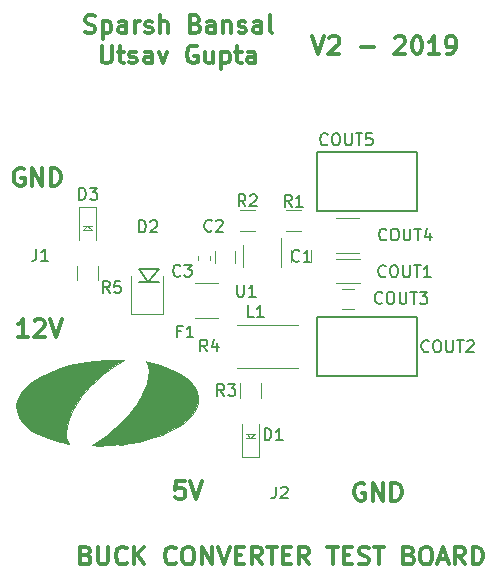
<source format=gbr>
G04 #@! TF.GenerationSoftware,KiCad,Pcbnew,5.0.2-bee76a0~70~ubuntu18.04.1*
G04 #@! TF.CreationDate,2019-02-26T17:57:15-05:00*
G04 #@! TF.ProjectId,New Buck Converter,4e657720-4275-4636-9b20-436f6e766572,rev?*
G04 #@! TF.SameCoordinates,Original*
G04 #@! TF.FileFunction,Legend,Top*
G04 #@! TF.FilePolarity,Positive*
%FSLAX46Y46*%
G04 Gerber Fmt 4.6, Leading zero omitted, Abs format (unit mm)*
G04 Created by KiCad (PCBNEW 5.0.2-bee76a0~70~ubuntu18.04.1) date Tue 26 Feb 2019 05:57:15 PM EST*
%MOMM*%
%LPD*%
G01*
G04 APERTURE LIST*
%ADD10C,0.300000*%
%ADD11C,0.120000*%
%ADD12C,0.150000*%
%ADD13C,0.200000*%
%ADD14C,0.100000*%
%ADD15C,0.010000*%
G04 APERTURE END LIST*
D10*
X111799999Y-127292857D02*
X112014285Y-127364285D01*
X112085714Y-127435714D01*
X112157142Y-127578571D01*
X112157142Y-127792857D01*
X112085714Y-127935714D01*
X112014285Y-128007142D01*
X111871428Y-128078571D01*
X111299999Y-128078571D01*
X111299999Y-126578571D01*
X111799999Y-126578571D01*
X111942857Y-126650000D01*
X112014285Y-126721428D01*
X112085714Y-126864285D01*
X112085714Y-127007142D01*
X112014285Y-127150000D01*
X111942857Y-127221428D01*
X111799999Y-127292857D01*
X111299999Y-127292857D01*
X112799999Y-126578571D02*
X112799999Y-127792857D01*
X112871428Y-127935714D01*
X112942857Y-128007142D01*
X113085714Y-128078571D01*
X113371428Y-128078571D01*
X113514285Y-128007142D01*
X113585714Y-127935714D01*
X113657142Y-127792857D01*
X113657142Y-126578571D01*
X115228571Y-127935714D02*
X115157142Y-128007142D01*
X114942857Y-128078571D01*
X114799999Y-128078571D01*
X114585714Y-128007142D01*
X114442857Y-127864285D01*
X114371428Y-127721428D01*
X114299999Y-127435714D01*
X114299999Y-127221428D01*
X114371428Y-126935714D01*
X114442857Y-126792857D01*
X114585714Y-126650000D01*
X114799999Y-126578571D01*
X114942857Y-126578571D01*
X115157142Y-126650000D01*
X115228571Y-126721428D01*
X115871428Y-128078571D02*
X115871428Y-126578571D01*
X116728571Y-128078571D02*
X116085714Y-127221428D01*
X116728571Y-126578571D02*
X115871428Y-127435714D01*
X119371428Y-127935714D02*
X119299999Y-128007142D01*
X119085714Y-128078571D01*
X118942857Y-128078571D01*
X118728571Y-128007142D01*
X118585714Y-127864285D01*
X118514285Y-127721428D01*
X118442857Y-127435714D01*
X118442857Y-127221428D01*
X118514285Y-126935714D01*
X118585714Y-126792857D01*
X118728571Y-126650000D01*
X118942857Y-126578571D01*
X119085714Y-126578571D01*
X119299999Y-126650000D01*
X119371428Y-126721428D01*
X120299999Y-126578571D02*
X120585714Y-126578571D01*
X120728571Y-126650000D01*
X120871428Y-126792857D01*
X120942857Y-127078571D01*
X120942857Y-127578571D01*
X120871428Y-127864285D01*
X120728571Y-128007142D01*
X120585714Y-128078571D01*
X120299999Y-128078571D01*
X120157142Y-128007142D01*
X120014285Y-127864285D01*
X119942857Y-127578571D01*
X119942857Y-127078571D01*
X120014285Y-126792857D01*
X120157142Y-126650000D01*
X120299999Y-126578571D01*
X121585714Y-128078571D02*
X121585714Y-126578571D01*
X122442857Y-128078571D01*
X122442857Y-126578571D01*
X122942857Y-126578571D02*
X123442857Y-128078571D01*
X123942857Y-126578571D01*
X124442857Y-127292857D02*
X124942857Y-127292857D01*
X125157142Y-128078571D02*
X124442857Y-128078571D01*
X124442857Y-126578571D01*
X125157142Y-126578571D01*
X126657142Y-128078571D02*
X126157142Y-127364285D01*
X125799999Y-128078571D02*
X125799999Y-126578571D01*
X126371428Y-126578571D01*
X126514285Y-126650000D01*
X126585714Y-126721428D01*
X126657142Y-126864285D01*
X126657142Y-127078571D01*
X126585714Y-127221428D01*
X126514285Y-127292857D01*
X126371428Y-127364285D01*
X125799999Y-127364285D01*
X127085714Y-126578571D02*
X127942857Y-126578571D01*
X127514285Y-128078571D02*
X127514285Y-126578571D01*
X128442857Y-127292857D02*
X128942857Y-127292857D01*
X129157142Y-128078571D02*
X128442857Y-128078571D01*
X128442857Y-126578571D01*
X129157142Y-126578571D01*
X130657142Y-128078571D02*
X130157142Y-127364285D01*
X129799999Y-128078571D02*
X129799999Y-126578571D01*
X130371428Y-126578571D01*
X130514285Y-126650000D01*
X130585714Y-126721428D01*
X130657142Y-126864285D01*
X130657142Y-127078571D01*
X130585714Y-127221428D01*
X130514285Y-127292857D01*
X130371428Y-127364285D01*
X129799999Y-127364285D01*
X132228571Y-126578571D02*
X133085714Y-126578571D01*
X132657142Y-128078571D02*
X132657142Y-126578571D01*
X133585714Y-127292857D02*
X134085714Y-127292857D01*
X134300000Y-128078571D02*
X133585714Y-128078571D01*
X133585714Y-126578571D01*
X134300000Y-126578571D01*
X134871428Y-128007142D02*
X135085714Y-128078571D01*
X135442857Y-128078571D01*
X135585714Y-128007142D01*
X135657142Y-127935714D01*
X135728571Y-127792857D01*
X135728571Y-127650000D01*
X135657142Y-127507142D01*
X135585714Y-127435714D01*
X135442857Y-127364285D01*
X135157142Y-127292857D01*
X135014285Y-127221428D01*
X134942857Y-127150000D01*
X134871428Y-127007142D01*
X134871428Y-126864285D01*
X134942857Y-126721428D01*
X135014285Y-126650000D01*
X135157142Y-126578571D01*
X135514285Y-126578571D01*
X135728571Y-126650000D01*
X136157142Y-126578571D02*
X137014285Y-126578571D01*
X136585714Y-128078571D02*
X136585714Y-126578571D01*
X139157142Y-127292857D02*
X139371428Y-127364285D01*
X139442857Y-127435714D01*
X139514285Y-127578571D01*
X139514285Y-127792857D01*
X139442857Y-127935714D01*
X139371428Y-128007142D01*
X139228571Y-128078571D01*
X138657142Y-128078571D01*
X138657142Y-126578571D01*
X139157142Y-126578571D01*
X139300000Y-126650000D01*
X139371428Y-126721428D01*
X139442857Y-126864285D01*
X139442857Y-127007142D01*
X139371428Y-127150000D01*
X139300000Y-127221428D01*
X139157142Y-127292857D01*
X138657142Y-127292857D01*
X140442857Y-126578571D02*
X140728571Y-126578571D01*
X140871428Y-126650000D01*
X141014285Y-126792857D01*
X141085714Y-127078571D01*
X141085714Y-127578571D01*
X141014285Y-127864285D01*
X140871428Y-128007142D01*
X140728571Y-128078571D01*
X140442857Y-128078571D01*
X140300000Y-128007142D01*
X140157142Y-127864285D01*
X140085714Y-127578571D01*
X140085714Y-127078571D01*
X140157142Y-126792857D01*
X140300000Y-126650000D01*
X140442857Y-126578571D01*
X141657142Y-127650000D02*
X142371428Y-127650000D01*
X141514285Y-128078571D02*
X142014285Y-126578571D01*
X142514285Y-128078571D01*
X143871428Y-128078571D02*
X143371428Y-127364285D01*
X143014285Y-128078571D02*
X143014285Y-126578571D01*
X143585714Y-126578571D01*
X143728571Y-126650000D01*
X143800000Y-126721428D01*
X143871428Y-126864285D01*
X143871428Y-127078571D01*
X143800000Y-127221428D01*
X143728571Y-127292857D01*
X143585714Y-127364285D01*
X143014285Y-127364285D01*
X144514285Y-128078571D02*
X144514285Y-126578571D01*
X144871428Y-126578571D01*
X145085714Y-126650000D01*
X145228571Y-126792857D01*
X145300000Y-126935714D01*
X145371428Y-127221428D01*
X145371428Y-127435714D01*
X145300000Y-127721428D01*
X145228571Y-127864285D01*
X145085714Y-128007142D01*
X144871428Y-128078571D01*
X144514285Y-128078571D01*
X130957142Y-83378571D02*
X131457142Y-84878571D01*
X131957142Y-83378571D01*
X132385714Y-83521428D02*
X132457142Y-83450000D01*
X132600000Y-83378571D01*
X132957142Y-83378571D01*
X133100000Y-83450000D01*
X133171428Y-83521428D01*
X133242857Y-83664285D01*
X133242857Y-83807142D01*
X133171428Y-84021428D01*
X132314285Y-84878571D01*
X133242857Y-84878571D01*
X135028571Y-84307142D02*
X136171428Y-84307142D01*
X137957142Y-83521428D02*
X138028571Y-83450000D01*
X138171428Y-83378571D01*
X138528571Y-83378571D01*
X138671428Y-83450000D01*
X138742857Y-83521428D01*
X138814285Y-83664285D01*
X138814285Y-83807142D01*
X138742857Y-84021428D01*
X137885714Y-84878571D01*
X138814285Y-84878571D01*
X139742857Y-83378571D02*
X139885714Y-83378571D01*
X140028571Y-83450000D01*
X140100000Y-83521428D01*
X140171428Y-83664285D01*
X140242857Y-83950000D01*
X140242857Y-84307142D01*
X140171428Y-84592857D01*
X140100000Y-84735714D01*
X140028571Y-84807142D01*
X139885714Y-84878571D01*
X139742857Y-84878571D01*
X139600000Y-84807142D01*
X139528571Y-84735714D01*
X139457142Y-84592857D01*
X139385714Y-84307142D01*
X139385714Y-83950000D01*
X139457142Y-83664285D01*
X139528571Y-83521428D01*
X139600000Y-83450000D01*
X139742857Y-83378571D01*
X141671428Y-84878571D02*
X140814285Y-84878571D01*
X141242857Y-84878571D02*
X141242857Y-83378571D01*
X141100000Y-83592857D01*
X140957142Y-83735714D01*
X140814285Y-83807142D01*
X142385714Y-84878571D02*
X142671428Y-84878571D01*
X142814285Y-84807142D01*
X142885714Y-84735714D01*
X143028571Y-84521428D01*
X143100000Y-84235714D01*
X143100000Y-83664285D01*
X143028571Y-83521428D01*
X142957142Y-83450000D01*
X142814285Y-83378571D01*
X142528571Y-83378571D01*
X142385714Y-83450000D01*
X142314285Y-83521428D01*
X142242857Y-83664285D01*
X142242857Y-84021428D01*
X142314285Y-84164285D01*
X142385714Y-84235714D01*
X142528571Y-84307142D01*
X142814285Y-84307142D01*
X142957142Y-84235714D01*
X143028571Y-84164285D01*
X143100000Y-84021428D01*
X111707142Y-83032142D02*
X111921428Y-83103571D01*
X112278571Y-83103571D01*
X112421428Y-83032142D01*
X112492857Y-82960714D01*
X112564285Y-82817857D01*
X112564285Y-82675000D01*
X112492857Y-82532142D01*
X112421428Y-82460714D01*
X112278571Y-82389285D01*
X111992857Y-82317857D01*
X111850000Y-82246428D01*
X111778571Y-82175000D01*
X111707142Y-82032142D01*
X111707142Y-81889285D01*
X111778571Y-81746428D01*
X111850000Y-81675000D01*
X111992857Y-81603571D01*
X112350000Y-81603571D01*
X112564285Y-81675000D01*
X113207142Y-82103571D02*
X113207142Y-83603571D01*
X113207142Y-82175000D02*
X113350000Y-82103571D01*
X113635714Y-82103571D01*
X113778571Y-82175000D01*
X113850000Y-82246428D01*
X113921428Y-82389285D01*
X113921428Y-82817857D01*
X113850000Y-82960714D01*
X113778571Y-83032142D01*
X113635714Y-83103571D01*
X113350000Y-83103571D01*
X113207142Y-83032142D01*
X115207142Y-83103571D02*
X115207142Y-82317857D01*
X115135714Y-82175000D01*
X114992857Y-82103571D01*
X114707142Y-82103571D01*
X114564285Y-82175000D01*
X115207142Y-83032142D02*
X115064285Y-83103571D01*
X114707142Y-83103571D01*
X114564285Y-83032142D01*
X114492857Y-82889285D01*
X114492857Y-82746428D01*
X114564285Y-82603571D01*
X114707142Y-82532142D01*
X115064285Y-82532142D01*
X115207142Y-82460714D01*
X115921428Y-83103571D02*
X115921428Y-82103571D01*
X115921428Y-82389285D02*
X115992857Y-82246428D01*
X116064285Y-82175000D01*
X116207142Y-82103571D01*
X116350000Y-82103571D01*
X116778571Y-83032142D02*
X116921428Y-83103571D01*
X117207142Y-83103571D01*
X117350000Y-83032142D01*
X117421428Y-82889285D01*
X117421428Y-82817857D01*
X117350000Y-82675000D01*
X117207142Y-82603571D01*
X116992857Y-82603571D01*
X116850000Y-82532142D01*
X116778571Y-82389285D01*
X116778571Y-82317857D01*
X116850000Y-82175000D01*
X116992857Y-82103571D01*
X117207142Y-82103571D01*
X117350000Y-82175000D01*
X118064285Y-83103571D02*
X118064285Y-81603571D01*
X118707142Y-83103571D02*
X118707142Y-82317857D01*
X118635714Y-82175000D01*
X118492857Y-82103571D01*
X118278571Y-82103571D01*
X118135714Y-82175000D01*
X118064285Y-82246428D01*
X121064285Y-82317857D02*
X121278571Y-82389285D01*
X121350000Y-82460714D01*
X121421428Y-82603571D01*
X121421428Y-82817857D01*
X121350000Y-82960714D01*
X121278571Y-83032142D01*
X121135714Y-83103571D01*
X120564285Y-83103571D01*
X120564285Y-81603571D01*
X121064285Y-81603571D01*
X121207142Y-81675000D01*
X121278571Y-81746428D01*
X121350000Y-81889285D01*
X121350000Y-82032142D01*
X121278571Y-82175000D01*
X121207142Y-82246428D01*
X121064285Y-82317857D01*
X120564285Y-82317857D01*
X122707142Y-83103571D02*
X122707142Y-82317857D01*
X122635714Y-82175000D01*
X122492857Y-82103571D01*
X122207142Y-82103571D01*
X122064285Y-82175000D01*
X122707142Y-83032142D02*
X122564285Y-83103571D01*
X122207142Y-83103571D01*
X122064285Y-83032142D01*
X121992857Y-82889285D01*
X121992857Y-82746428D01*
X122064285Y-82603571D01*
X122207142Y-82532142D01*
X122564285Y-82532142D01*
X122707142Y-82460714D01*
X123421428Y-82103571D02*
X123421428Y-83103571D01*
X123421428Y-82246428D02*
X123492857Y-82175000D01*
X123635714Y-82103571D01*
X123850000Y-82103571D01*
X123992857Y-82175000D01*
X124064285Y-82317857D01*
X124064285Y-83103571D01*
X124707142Y-83032142D02*
X124850000Y-83103571D01*
X125135714Y-83103571D01*
X125278571Y-83032142D01*
X125350000Y-82889285D01*
X125350000Y-82817857D01*
X125278571Y-82675000D01*
X125135714Y-82603571D01*
X124921428Y-82603571D01*
X124778571Y-82532142D01*
X124707142Y-82389285D01*
X124707142Y-82317857D01*
X124778571Y-82175000D01*
X124921428Y-82103571D01*
X125135714Y-82103571D01*
X125278571Y-82175000D01*
X126635714Y-83103571D02*
X126635714Y-82317857D01*
X126564285Y-82175000D01*
X126421428Y-82103571D01*
X126135714Y-82103571D01*
X125992857Y-82175000D01*
X126635714Y-83032142D02*
X126492857Y-83103571D01*
X126135714Y-83103571D01*
X125992857Y-83032142D01*
X125921428Y-82889285D01*
X125921428Y-82746428D01*
X125992857Y-82603571D01*
X126135714Y-82532142D01*
X126492857Y-82532142D01*
X126635714Y-82460714D01*
X127564285Y-83103571D02*
X127421428Y-83032142D01*
X127350000Y-82889285D01*
X127350000Y-81603571D01*
X113100000Y-84153571D02*
X113100000Y-85367857D01*
X113171428Y-85510714D01*
X113242857Y-85582142D01*
X113385714Y-85653571D01*
X113671428Y-85653571D01*
X113814285Y-85582142D01*
X113885714Y-85510714D01*
X113957142Y-85367857D01*
X113957142Y-84153571D01*
X114457142Y-84653571D02*
X115028571Y-84653571D01*
X114671428Y-84153571D02*
X114671428Y-85439285D01*
X114742857Y-85582142D01*
X114885714Y-85653571D01*
X115028571Y-85653571D01*
X115457142Y-85582142D02*
X115600000Y-85653571D01*
X115885714Y-85653571D01*
X116028571Y-85582142D01*
X116100000Y-85439285D01*
X116100000Y-85367857D01*
X116028571Y-85225000D01*
X115885714Y-85153571D01*
X115671428Y-85153571D01*
X115528571Y-85082142D01*
X115457142Y-84939285D01*
X115457142Y-84867857D01*
X115528571Y-84725000D01*
X115671428Y-84653571D01*
X115885714Y-84653571D01*
X116028571Y-84725000D01*
X117385714Y-85653571D02*
X117385714Y-84867857D01*
X117314285Y-84725000D01*
X117171428Y-84653571D01*
X116885714Y-84653571D01*
X116742857Y-84725000D01*
X117385714Y-85582142D02*
X117242857Y-85653571D01*
X116885714Y-85653571D01*
X116742857Y-85582142D01*
X116671428Y-85439285D01*
X116671428Y-85296428D01*
X116742857Y-85153571D01*
X116885714Y-85082142D01*
X117242857Y-85082142D01*
X117385714Y-85010714D01*
X117957142Y-84653571D02*
X118314285Y-85653571D01*
X118671428Y-84653571D01*
X121171428Y-84225000D02*
X121028571Y-84153571D01*
X120814285Y-84153571D01*
X120600000Y-84225000D01*
X120457142Y-84367857D01*
X120385714Y-84510714D01*
X120314285Y-84796428D01*
X120314285Y-85010714D01*
X120385714Y-85296428D01*
X120457142Y-85439285D01*
X120600000Y-85582142D01*
X120814285Y-85653571D01*
X120957142Y-85653571D01*
X121171428Y-85582142D01*
X121242857Y-85510714D01*
X121242857Y-85010714D01*
X120957142Y-85010714D01*
X122528571Y-84653571D02*
X122528571Y-85653571D01*
X121885714Y-84653571D02*
X121885714Y-85439285D01*
X121957142Y-85582142D01*
X122100000Y-85653571D01*
X122314285Y-85653571D01*
X122457142Y-85582142D01*
X122528571Y-85510714D01*
X123242857Y-84653571D02*
X123242857Y-86153571D01*
X123242857Y-84725000D02*
X123385714Y-84653571D01*
X123671428Y-84653571D01*
X123814285Y-84725000D01*
X123885714Y-84796428D01*
X123957142Y-84939285D01*
X123957142Y-85367857D01*
X123885714Y-85510714D01*
X123814285Y-85582142D01*
X123671428Y-85653571D01*
X123385714Y-85653571D01*
X123242857Y-85582142D01*
X124385714Y-84653571D02*
X124957142Y-84653571D01*
X124600000Y-84153571D02*
X124600000Y-85439285D01*
X124671428Y-85582142D01*
X124814285Y-85653571D01*
X124957142Y-85653571D01*
X126100000Y-85653571D02*
X126100000Y-84867857D01*
X126028571Y-84725000D01*
X125885714Y-84653571D01*
X125600000Y-84653571D01*
X125457142Y-84725000D01*
X126100000Y-85582142D02*
X125957142Y-85653571D01*
X125600000Y-85653571D01*
X125457142Y-85582142D01*
X125385714Y-85439285D01*
X125385714Y-85296428D01*
X125457142Y-85153571D01*
X125600000Y-85082142D01*
X125957142Y-85082142D01*
X126100000Y-85010714D01*
X120128065Y-121042691D02*
X119413780Y-121042691D01*
X119342351Y-121756977D01*
X119413780Y-121685548D01*
X119556637Y-121614120D01*
X119913780Y-121614120D01*
X120056637Y-121685548D01*
X120128065Y-121756977D01*
X120199494Y-121899834D01*
X120199494Y-122256977D01*
X120128065Y-122399834D01*
X120056637Y-122471262D01*
X119913780Y-122542691D01*
X119556637Y-122542691D01*
X119413780Y-122471262D01*
X119342351Y-122399834D01*
X120628065Y-121042691D02*
X121128065Y-122542691D01*
X121628065Y-121042691D01*
X135357142Y-121250000D02*
X135214285Y-121178571D01*
X135000000Y-121178571D01*
X134785714Y-121250000D01*
X134642857Y-121392857D01*
X134571428Y-121535714D01*
X134500000Y-121821428D01*
X134500000Y-122035714D01*
X134571428Y-122321428D01*
X134642857Y-122464285D01*
X134785714Y-122607142D01*
X135000000Y-122678571D01*
X135142857Y-122678571D01*
X135357142Y-122607142D01*
X135428571Y-122535714D01*
X135428571Y-122035714D01*
X135142857Y-122035714D01*
X136071428Y-122678571D02*
X136071428Y-121178571D01*
X136928571Y-122678571D01*
X136928571Y-121178571D01*
X137642857Y-122678571D02*
X137642857Y-121178571D01*
X138000000Y-121178571D01*
X138214285Y-121250000D01*
X138357142Y-121392857D01*
X138428571Y-121535714D01*
X138500000Y-121821428D01*
X138500000Y-122035714D01*
X138428571Y-122321428D01*
X138357142Y-122464285D01*
X138214285Y-122607142D01*
X138000000Y-122678571D01*
X137642857Y-122678571D01*
X106509962Y-94588900D02*
X106367105Y-94517471D01*
X106152820Y-94517471D01*
X105938534Y-94588900D01*
X105795677Y-94731757D01*
X105724248Y-94874614D01*
X105652820Y-95160328D01*
X105652820Y-95374614D01*
X105724248Y-95660328D01*
X105795677Y-95803185D01*
X105938534Y-95946042D01*
X106152820Y-96017471D01*
X106295677Y-96017471D01*
X106509962Y-95946042D01*
X106581391Y-95874614D01*
X106581391Y-95374614D01*
X106295677Y-95374614D01*
X107224248Y-96017471D02*
X107224248Y-94517471D01*
X108081391Y-96017471D01*
X108081391Y-94517471D01*
X108795677Y-96017471D02*
X108795677Y-94517471D01*
X109152820Y-94517471D01*
X109367105Y-94588900D01*
X109509962Y-94731757D01*
X109581391Y-94874614D01*
X109652820Y-95160328D01*
X109652820Y-95374614D01*
X109581391Y-95660328D01*
X109509962Y-95803185D01*
X109367105Y-95946042D01*
X109152820Y-96017471D01*
X108795677Y-96017471D01*
X106861408Y-108826691D02*
X106004265Y-108826691D01*
X106432837Y-108826691D02*
X106432837Y-107326691D01*
X106289980Y-107540977D01*
X106147122Y-107683834D01*
X106004265Y-107755262D01*
X107432837Y-107469548D02*
X107504265Y-107398120D01*
X107647122Y-107326691D01*
X108004265Y-107326691D01*
X108147122Y-107398120D01*
X108218551Y-107469548D01*
X108289980Y-107612405D01*
X108289980Y-107755262D01*
X108218551Y-107969548D01*
X107361408Y-108826691D01*
X108289980Y-108826691D01*
X108718551Y-107326691D02*
X109218551Y-108826691D01*
X109718551Y-107326691D01*
D11*
G04 #@! TO.C,COUT4*
X134908800Y-101683000D02*
X132908800Y-101683000D01*
X132908800Y-98723000D02*
X134908800Y-98723000D01*
G04 #@! TO.C,C1*
X130821800Y-102481000D02*
X130821800Y-101481000D01*
X129121800Y-101481000D02*
X129121800Y-102481000D01*
G04 #@! TO.C,C2*
X122708300Y-101560500D02*
X122708300Y-102560500D01*
X124408300Y-102560500D02*
X124408300Y-101560500D01*
G04 #@! TO.C,C3*
X121242360Y-102313959D02*
X121242360Y-101988401D01*
X122262360Y-102313959D02*
X122262360Y-101988401D01*
G04 #@! TO.C,F1*
X122970800Y-107207500D02*
X120970800Y-107207500D01*
X120970800Y-104247500D02*
X122970800Y-104247500D01*
G04 #@! TO.C,R1*
X128744420Y-98098720D02*
X129944420Y-98098720D01*
X129944420Y-99858720D02*
X128744420Y-99858720D01*
G04 #@! TO.C,R2*
X126058220Y-99843480D02*
X124858220Y-99843480D01*
X124858220Y-98083480D02*
X126058220Y-98083480D01*
G04 #@! TO.C,R3*
X124820000Y-113950000D02*
X124820000Y-112750000D01*
X126580000Y-112750000D02*
X126580000Y-113950000D01*
G04 #@! TO.C,R4*
X124528200Y-107786080D02*
X129728200Y-107786080D01*
X129728200Y-111426080D02*
X124528200Y-111426080D01*
G04 #@! TO.C,U1*
X125067600Y-101065800D02*
X125067600Y-102865800D01*
X128287600Y-102865800D02*
X128287600Y-100415800D01*
G04 #@! TO.C,COUT1*
X134948300Y-102231000D02*
X132948300Y-102231000D01*
X132948300Y-104271000D02*
X134948300Y-104271000D01*
D12*
G04 #@! TO.C,COUT2*
X131329300Y-112101000D02*
X131329300Y-107101000D01*
X139829300Y-112101000D02*
X131329300Y-112101000D01*
X139829300Y-107101000D02*
X139829300Y-112101000D01*
X131329300Y-107101000D02*
X139829300Y-107101000D01*
D11*
G04 #@! TO.C,COUT3*
X134472300Y-104750500D02*
X133472300Y-104750500D01*
X133472300Y-106450500D02*
X134472300Y-106450500D01*
D12*
G04 #@! TO.C,COUT5*
X131329300Y-93194500D02*
X139829300Y-93194500D01*
X139829300Y-93194500D02*
X139829300Y-98194500D01*
X139829300Y-98194500D02*
X131329300Y-98194500D01*
X131329300Y-98194500D02*
X131329300Y-93194500D01*
D13*
G04 #@! TO.C,D2*
X117954300Y-103095500D02*
X117054300Y-104195500D01*
X116254300Y-103095500D02*
X117954300Y-103095500D01*
X117054300Y-104195500D02*
X116254300Y-103095500D01*
X116254300Y-104195500D02*
X117954300Y-104195500D01*
D11*
X115620800Y-106870500D02*
X118287800Y-106870500D01*
X118287800Y-106870500D02*
X118287800Y-103695500D01*
X115620800Y-106870500D02*
X115620800Y-103695500D01*
D14*
G04 #@! TO.C,D1*
X126050000Y-117350000D02*
X125700000Y-117350000D01*
X125700000Y-117350000D02*
X125350000Y-117350000D01*
X126050000Y-117000000D02*
X125700000Y-117350000D01*
X126000000Y-117000000D02*
X126050000Y-117000000D01*
X126050000Y-117000000D02*
X126000000Y-117000000D01*
X125350000Y-117000000D02*
X126000000Y-117000000D01*
X125400000Y-117050000D02*
X125350000Y-117000000D01*
X125700000Y-117350000D02*
X125400000Y-117050000D01*
D11*
X125000000Y-118950000D02*
X126400000Y-118950000D01*
X126400000Y-118950000D02*
X126400000Y-116150000D01*
X125000000Y-118950000D02*
X125000000Y-116150000D01*
D15*
G04 #@! TO.C,G\002A\002A\002A*
G36*
X114289070Y-111166274D02*
X113797169Y-111496709D01*
X113250346Y-111930095D01*
X112689000Y-112429427D01*
X112153529Y-112957700D01*
X111684333Y-113477909D01*
X111463963Y-113754069D01*
X111006696Y-114420664D01*
X110633857Y-115086545D01*
X110351473Y-115732052D01*
X110165570Y-116337523D01*
X110082175Y-116883297D01*
X110107313Y-117349711D01*
X110247011Y-117717104D01*
X110248549Y-117719500D01*
X110330728Y-117857194D01*
X110348119Y-117905837D01*
X110261643Y-117884085D01*
X110048768Y-117829169D01*
X109746916Y-117750766D01*
X109563000Y-117702827D01*
X108570197Y-117401284D01*
X107737883Y-117055854D01*
X107062425Y-116664339D01*
X106540192Y-116224543D01*
X106167551Y-115734266D01*
X106099140Y-115607176D01*
X105917408Y-115076433D01*
X105895747Y-114551032D01*
X106024897Y-114036726D01*
X106295597Y-113539269D01*
X106698584Y-113064415D01*
X107224599Y-112617918D01*
X107864380Y-112205531D01*
X108608666Y-111833009D01*
X109448195Y-111506106D01*
X110373707Y-111230574D01*
X111375940Y-111012169D01*
X112445633Y-110856645D01*
X113573526Y-110769754D01*
X113903482Y-110758382D01*
X115026631Y-110730215D01*
X114289070Y-111166274D01*
X114289070Y-111166274D01*
G37*
X114289070Y-111166274D02*
X113797169Y-111496709D01*
X113250346Y-111930095D01*
X112689000Y-112429427D01*
X112153529Y-112957700D01*
X111684333Y-113477909D01*
X111463963Y-113754069D01*
X111006696Y-114420664D01*
X110633857Y-115086545D01*
X110351473Y-115732052D01*
X110165570Y-116337523D01*
X110082175Y-116883297D01*
X110107313Y-117349711D01*
X110247011Y-117717104D01*
X110248549Y-117719500D01*
X110330728Y-117857194D01*
X110348119Y-117905837D01*
X110261643Y-117884085D01*
X110048768Y-117829169D01*
X109746916Y-117750766D01*
X109563000Y-117702827D01*
X108570197Y-117401284D01*
X107737883Y-117055854D01*
X107062425Y-116664339D01*
X106540192Y-116224543D01*
X106167551Y-115734266D01*
X106099140Y-115607176D01*
X105917408Y-115076433D01*
X105895747Y-114551032D01*
X106024897Y-114036726D01*
X106295597Y-113539269D01*
X106698584Y-113064415D01*
X107224599Y-112617918D01*
X107864380Y-112205531D01*
X108608666Y-111833009D01*
X109448195Y-111506106D01*
X110373707Y-111230574D01*
X111375940Y-111012169D01*
X112445633Y-110856645D01*
X113573526Y-110769754D01*
X113903482Y-110758382D01*
X115026631Y-110730215D01*
X114289070Y-111166274D01*
G36*
X116942983Y-110910857D02*
X117093457Y-110950871D01*
X117359628Y-111019176D01*
X117692829Y-111103325D01*
X117818000Y-111134647D01*
X118450523Y-111328588D01*
X119089166Y-111588634D01*
X119687709Y-111891926D01*
X120199928Y-112215601D01*
X120506464Y-112464369D01*
X120927728Y-112947450D01*
X121187210Y-113444295D01*
X121291208Y-113948117D01*
X121246021Y-114452128D01*
X121057949Y-114949541D01*
X120733290Y-115433569D01*
X120278343Y-115897426D01*
X119699408Y-116334324D01*
X119002783Y-116737476D01*
X118194767Y-117100096D01*
X117281660Y-117415395D01*
X116269759Y-117676588D01*
X115537525Y-117818298D01*
X115079989Y-117891873D01*
X114763227Y-117932252D01*
X114562288Y-117941026D01*
X114452225Y-117919783D01*
X114416988Y-117889688D01*
X114358074Y-117835928D01*
X114347963Y-117879733D01*
X114266319Y-117939404D01*
X114037525Y-117978973D01*
X113817500Y-117991838D01*
X113450619Y-118003054D01*
X113079467Y-118015266D01*
X112886142Y-118022106D01*
X112651824Y-118019314D01*
X112506863Y-117995498D01*
X112483975Y-117976157D01*
X112418294Y-117946379D01*
X112335834Y-117961997D01*
X112328337Y-117948862D01*
X112445123Y-117871153D01*
X112661598Y-117744985D01*
X112698718Y-117724227D01*
X113491052Y-117214140D01*
X114273964Y-116567576D01*
X114856472Y-115994766D01*
X115533545Y-115229263D01*
X116078075Y-114483663D01*
X116516751Y-113720256D01*
X116626149Y-113494085D01*
X116914204Y-112788034D01*
X117072957Y-112182650D01*
X117103305Y-111670335D01*
X117006150Y-111243492D01*
X116913505Y-111065181D01*
X116834494Y-110926595D01*
X116858577Y-110891775D01*
X116942983Y-110910857D01*
X116942983Y-110910857D01*
G37*
X116942983Y-110910857D02*
X117093457Y-110950871D01*
X117359628Y-111019176D01*
X117692829Y-111103325D01*
X117818000Y-111134647D01*
X118450523Y-111328588D01*
X119089166Y-111588634D01*
X119687709Y-111891926D01*
X120199928Y-112215601D01*
X120506464Y-112464369D01*
X120927728Y-112947450D01*
X121187210Y-113444295D01*
X121291208Y-113948117D01*
X121246021Y-114452128D01*
X121057949Y-114949541D01*
X120733290Y-115433569D01*
X120278343Y-115897426D01*
X119699408Y-116334324D01*
X119002783Y-116737476D01*
X118194767Y-117100096D01*
X117281660Y-117415395D01*
X116269759Y-117676588D01*
X115537525Y-117818298D01*
X115079989Y-117891873D01*
X114763227Y-117932252D01*
X114562288Y-117941026D01*
X114452225Y-117919783D01*
X114416988Y-117889688D01*
X114358074Y-117835928D01*
X114347963Y-117879733D01*
X114266319Y-117939404D01*
X114037525Y-117978973D01*
X113817500Y-117991838D01*
X113450619Y-118003054D01*
X113079467Y-118015266D01*
X112886142Y-118022106D01*
X112651824Y-118019314D01*
X112506863Y-117995498D01*
X112483975Y-117976157D01*
X112418294Y-117946379D01*
X112335834Y-117961997D01*
X112328337Y-117948862D01*
X112445123Y-117871153D01*
X112661598Y-117744985D01*
X112698718Y-117724227D01*
X113491052Y-117214140D01*
X114273964Y-116567576D01*
X114856472Y-115994766D01*
X115533545Y-115229263D01*
X116078075Y-114483663D01*
X116516751Y-113720256D01*
X116626149Y-113494085D01*
X116914204Y-112788034D01*
X117072957Y-112182650D01*
X117103305Y-111670335D01*
X117006150Y-111243492D01*
X116913505Y-111065181D01*
X116834494Y-110926595D01*
X116858577Y-110891775D01*
X116942983Y-110910857D01*
D14*
G04 #@! TO.C,D3*
X111550000Y-99400000D02*
X111900000Y-99400000D01*
X111900000Y-99400000D02*
X112250000Y-99400000D01*
X111550000Y-99750000D02*
X111900000Y-99400000D01*
X111600000Y-99750000D02*
X111550000Y-99750000D01*
X111550000Y-99750000D02*
X111600000Y-99750000D01*
X112250000Y-99750000D02*
X111600000Y-99750000D01*
X112200000Y-99700000D02*
X112250000Y-99750000D01*
X111900000Y-99400000D02*
X112200000Y-99700000D01*
D11*
X112600000Y-97800000D02*
X111200000Y-97800000D01*
X111200000Y-97800000D02*
X111200000Y-100600000D01*
X112600000Y-97800000D02*
X112600000Y-100600000D01*
G04 #@! TO.C,R5*
X112780000Y-102800000D02*
X112780000Y-104000000D01*
X111020000Y-104000000D02*
X111020000Y-102800000D01*
G04 #@! TO.C,J1*
D12*
X107566666Y-101352380D02*
X107566666Y-102066666D01*
X107519047Y-102209523D01*
X107423809Y-102304761D01*
X107280952Y-102352380D01*
X107185714Y-102352380D01*
X108566666Y-102352380D02*
X107995238Y-102352380D01*
X108280952Y-102352380D02*
X108280952Y-101352380D01*
X108185714Y-101495238D01*
X108090476Y-101590476D01*
X107995238Y-101638095D01*
G04 #@! TO.C,J2*
X127865866Y-121492220D02*
X127865866Y-122206506D01*
X127818247Y-122349363D01*
X127723009Y-122444601D01*
X127580152Y-122492220D01*
X127484914Y-122492220D01*
X128294438Y-121587459D02*
X128342057Y-121539840D01*
X128437295Y-121492220D01*
X128675390Y-121492220D01*
X128770628Y-121539840D01*
X128818247Y-121587459D01*
X128865866Y-121682697D01*
X128865866Y-121777935D01*
X128818247Y-121920792D01*
X128246819Y-122492220D01*
X128865866Y-122492220D01*
G04 #@! TO.C,COUT4*
X137204761Y-100557142D02*
X137157142Y-100604761D01*
X137014285Y-100652380D01*
X136919047Y-100652380D01*
X136776190Y-100604761D01*
X136680952Y-100509523D01*
X136633333Y-100414285D01*
X136585714Y-100223809D01*
X136585714Y-100080952D01*
X136633333Y-99890476D01*
X136680952Y-99795238D01*
X136776190Y-99700000D01*
X136919047Y-99652380D01*
X137014285Y-99652380D01*
X137157142Y-99700000D01*
X137204761Y-99747619D01*
X137823809Y-99652380D02*
X138014285Y-99652380D01*
X138109523Y-99700000D01*
X138204761Y-99795238D01*
X138252380Y-99985714D01*
X138252380Y-100319047D01*
X138204761Y-100509523D01*
X138109523Y-100604761D01*
X138014285Y-100652380D01*
X137823809Y-100652380D01*
X137728571Y-100604761D01*
X137633333Y-100509523D01*
X137585714Y-100319047D01*
X137585714Y-99985714D01*
X137633333Y-99795238D01*
X137728571Y-99700000D01*
X137823809Y-99652380D01*
X138680952Y-99652380D02*
X138680952Y-100461904D01*
X138728571Y-100557142D01*
X138776190Y-100604761D01*
X138871428Y-100652380D01*
X139061904Y-100652380D01*
X139157142Y-100604761D01*
X139204761Y-100557142D01*
X139252380Y-100461904D01*
X139252380Y-99652380D01*
X139585714Y-99652380D02*
X140157142Y-99652380D01*
X139871428Y-100652380D02*
X139871428Y-99652380D01*
X140919047Y-99985714D02*
X140919047Y-100652380D01*
X140680952Y-99604761D02*
X140442857Y-100319047D01*
X141061904Y-100319047D01*
G04 #@! TO.C,C1*
X129833333Y-102357142D02*
X129785714Y-102404761D01*
X129642857Y-102452380D01*
X129547619Y-102452380D01*
X129404761Y-102404761D01*
X129309523Y-102309523D01*
X129261904Y-102214285D01*
X129214285Y-102023809D01*
X129214285Y-101880952D01*
X129261904Y-101690476D01*
X129309523Y-101595238D01*
X129404761Y-101500000D01*
X129547619Y-101452380D01*
X129642857Y-101452380D01*
X129785714Y-101500000D01*
X129833333Y-101547619D01*
X130785714Y-102452380D02*
X130214285Y-102452380D01*
X130500000Y-102452380D02*
X130500000Y-101452380D01*
X130404761Y-101595238D01*
X130309523Y-101690476D01*
X130214285Y-101738095D01*
G04 #@! TO.C,C2*
X122433333Y-99807142D02*
X122385714Y-99854761D01*
X122242857Y-99902380D01*
X122147619Y-99902380D01*
X122004761Y-99854761D01*
X121909523Y-99759523D01*
X121861904Y-99664285D01*
X121814285Y-99473809D01*
X121814285Y-99330952D01*
X121861904Y-99140476D01*
X121909523Y-99045238D01*
X122004761Y-98950000D01*
X122147619Y-98902380D01*
X122242857Y-98902380D01*
X122385714Y-98950000D01*
X122433333Y-98997619D01*
X122814285Y-98997619D02*
X122861904Y-98950000D01*
X122957142Y-98902380D01*
X123195238Y-98902380D01*
X123290476Y-98950000D01*
X123338095Y-98997619D01*
X123385714Y-99092857D01*
X123385714Y-99188095D01*
X123338095Y-99330952D01*
X122766666Y-99902380D01*
X123385714Y-99902380D01*
G04 #@! TO.C,C3*
X119772133Y-103608142D02*
X119724514Y-103655761D01*
X119581657Y-103703380D01*
X119486419Y-103703380D01*
X119343561Y-103655761D01*
X119248323Y-103560523D01*
X119200704Y-103465285D01*
X119153085Y-103274809D01*
X119153085Y-103131952D01*
X119200704Y-102941476D01*
X119248323Y-102846238D01*
X119343561Y-102751000D01*
X119486419Y-102703380D01*
X119581657Y-102703380D01*
X119724514Y-102751000D01*
X119772133Y-102798619D01*
X120105466Y-102703380D02*
X120724514Y-102703380D01*
X120391180Y-103084333D01*
X120534038Y-103084333D01*
X120629276Y-103131952D01*
X120676895Y-103179571D01*
X120724514Y-103274809D01*
X120724514Y-103512904D01*
X120676895Y-103608142D01*
X120629276Y-103655761D01*
X120534038Y-103703380D01*
X120248323Y-103703380D01*
X120153085Y-103655761D01*
X120105466Y-103608142D01*
G04 #@! TO.C,F1*
X119816666Y-108328571D02*
X119483333Y-108328571D01*
X119483333Y-108852380D02*
X119483333Y-107852380D01*
X119959523Y-107852380D01*
X120864285Y-108852380D02*
X120292857Y-108852380D01*
X120578571Y-108852380D02*
X120578571Y-107852380D01*
X120483333Y-107995238D01*
X120388095Y-108090476D01*
X120292857Y-108138095D01*
G04 #@! TO.C,L1*
X125983333Y-107152380D02*
X125507142Y-107152380D01*
X125507142Y-106152380D01*
X126840476Y-107152380D02*
X126269047Y-107152380D01*
X126554761Y-107152380D02*
X126554761Y-106152380D01*
X126459523Y-106295238D01*
X126364285Y-106390476D01*
X126269047Y-106438095D01*
G04 #@! TO.C,R1*
X129187913Y-97787720D02*
X128854580Y-97311530D01*
X128616484Y-97787720D02*
X128616484Y-96787720D01*
X128997437Y-96787720D01*
X129092675Y-96835340D01*
X129140294Y-96882959D01*
X129187913Y-96978197D01*
X129187913Y-97121054D01*
X129140294Y-97216292D01*
X129092675Y-97263911D01*
X128997437Y-97311530D01*
X128616484Y-97311530D01*
X130140294Y-97787720D02*
X129568865Y-97787720D01*
X129854580Y-97787720D02*
X129854580Y-96787720D01*
X129759341Y-96930578D01*
X129664103Y-97025816D01*
X129568865Y-97073435D01*
G04 #@! TO.C,R2*
X125286473Y-97757240D02*
X124953140Y-97281050D01*
X124715044Y-97757240D02*
X124715044Y-96757240D01*
X125095997Y-96757240D01*
X125191235Y-96804860D01*
X125238854Y-96852479D01*
X125286473Y-96947717D01*
X125286473Y-97090574D01*
X125238854Y-97185812D01*
X125191235Y-97233431D01*
X125095997Y-97281050D01*
X124715044Y-97281050D01*
X125667425Y-96852479D02*
X125715044Y-96804860D01*
X125810282Y-96757240D01*
X126048378Y-96757240D01*
X126143616Y-96804860D01*
X126191235Y-96852479D01*
X126238854Y-96947717D01*
X126238854Y-97042955D01*
X126191235Y-97185812D01*
X125619806Y-97757240D01*
X126238854Y-97757240D01*
G04 #@! TO.C,R3*
X123483333Y-113802380D02*
X123150000Y-113326190D01*
X122911904Y-113802380D02*
X122911904Y-112802380D01*
X123292857Y-112802380D01*
X123388095Y-112850000D01*
X123435714Y-112897619D01*
X123483333Y-112992857D01*
X123483333Y-113135714D01*
X123435714Y-113230952D01*
X123388095Y-113278571D01*
X123292857Y-113326190D01*
X122911904Y-113326190D01*
X123816666Y-112802380D02*
X124435714Y-112802380D01*
X124102380Y-113183333D01*
X124245238Y-113183333D01*
X124340476Y-113230952D01*
X124388095Y-113278571D01*
X124435714Y-113373809D01*
X124435714Y-113611904D01*
X124388095Y-113707142D01*
X124340476Y-113754761D01*
X124245238Y-113802380D01*
X123959523Y-113802380D01*
X123864285Y-113754761D01*
X123816666Y-113707142D01*
G04 #@! TO.C,R4*
X122033333Y-110040680D02*
X121700000Y-109564490D01*
X121461904Y-110040680D02*
X121461904Y-109040680D01*
X121842857Y-109040680D01*
X121938095Y-109088300D01*
X121985714Y-109135919D01*
X122033333Y-109231157D01*
X122033333Y-109374014D01*
X121985714Y-109469252D01*
X121938095Y-109516871D01*
X121842857Y-109564490D01*
X121461904Y-109564490D01*
X122890476Y-109374014D02*
X122890476Y-110040680D01*
X122652380Y-108993061D02*
X122414285Y-109707347D01*
X123033333Y-109707347D01*
G04 #@! TO.C,U1*
X124588095Y-104402380D02*
X124588095Y-105211904D01*
X124635714Y-105307142D01*
X124683333Y-105354761D01*
X124778571Y-105402380D01*
X124969047Y-105402380D01*
X125064285Y-105354761D01*
X125111904Y-105307142D01*
X125159523Y-105211904D01*
X125159523Y-104402380D01*
X126159523Y-105402380D02*
X125588095Y-105402380D01*
X125873809Y-105402380D02*
X125873809Y-104402380D01*
X125778571Y-104545238D01*
X125683333Y-104640476D01*
X125588095Y-104688095D01*
G04 #@! TO.C,COUT1*
X137154761Y-103657142D02*
X137107142Y-103704761D01*
X136964285Y-103752380D01*
X136869047Y-103752380D01*
X136726190Y-103704761D01*
X136630952Y-103609523D01*
X136583333Y-103514285D01*
X136535714Y-103323809D01*
X136535714Y-103180952D01*
X136583333Y-102990476D01*
X136630952Y-102895238D01*
X136726190Y-102800000D01*
X136869047Y-102752380D01*
X136964285Y-102752380D01*
X137107142Y-102800000D01*
X137154761Y-102847619D01*
X137773809Y-102752380D02*
X137964285Y-102752380D01*
X138059523Y-102800000D01*
X138154761Y-102895238D01*
X138202380Y-103085714D01*
X138202380Y-103419047D01*
X138154761Y-103609523D01*
X138059523Y-103704761D01*
X137964285Y-103752380D01*
X137773809Y-103752380D01*
X137678571Y-103704761D01*
X137583333Y-103609523D01*
X137535714Y-103419047D01*
X137535714Y-103085714D01*
X137583333Y-102895238D01*
X137678571Y-102800000D01*
X137773809Y-102752380D01*
X138630952Y-102752380D02*
X138630952Y-103561904D01*
X138678571Y-103657142D01*
X138726190Y-103704761D01*
X138821428Y-103752380D01*
X139011904Y-103752380D01*
X139107142Y-103704761D01*
X139154761Y-103657142D01*
X139202380Y-103561904D01*
X139202380Y-102752380D01*
X139535714Y-102752380D02*
X140107142Y-102752380D01*
X139821428Y-103752380D02*
X139821428Y-102752380D01*
X140964285Y-103752380D02*
X140392857Y-103752380D01*
X140678571Y-103752380D02*
X140678571Y-102752380D01*
X140583333Y-102895238D01*
X140488095Y-102990476D01*
X140392857Y-103038095D01*
G04 #@! TO.C,COUT2*
X140804761Y-110007142D02*
X140757142Y-110054761D01*
X140614285Y-110102380D01*
X140519047Y-110102380D01*
X140376190Y-110054761D01*
X140280952Y-109959523D01*
X140233333Y-109864285D01*
X140185714Y-109673809D01*
X140185714Y-109530952D01*
X140233333Y-109340476D01*
X140280952Y-109245238D01*
X140376190Y-109150000D01*
X140519047Y-109102380D01*
X140614285Y-109102380D01*
X140757142Y-109150000D01*
X140804761Y-109197619D01*
X141423809Y-109102380D02*
X141614285Y-109102380D01*
X141709523Y-109150000D01*
X141804761Y-109245238D01*
X141852380Y-109435714D01*
X141852380Y-109769047D01*
X141804761Y-109959523D01*
X141709523Y-110054761D01*
X141614285Y-110102380D01*
X141423809Y-110102380D01*
X141328571Y-110054761D01*
X141233333Y-109959523D01*
X141185714Y-109769047D01*
X141185714Y-109435714D01*
X141233333Y-109245238D01*
X141328571Y-109150000D01*
X141423809Y-109102380D01*
X142280952Y-109102380D02*
X142280952Y-109911904D01*
X142328571Y-110007142D01*
X142376190Y-110054761D01*
X142471428Y-110102380D01*
X142661904Y-110102380D01*
X142757142Y-110054761D01*
X142804761Y-110007142D01*
X142852380Y-109911904D01*
X142852380Y-109102380D01*
X143185714Y-109102380D02*
X143757142Y-109102380D01*
X143471428Y-110102380D02*
X143471428Y-109102380D01*
X144042857Y-109197619D02*
X144090476Y-109150000D01*
X144185714Y-109102380D01*
X144423809Y-109102380D01*
X144519047Y-109150000D01*
X144566666Y-109197619D01*
X144614285Y-109292857D01*
X144614285Y-109388095D01*
X144566666Y-109530952D01*
X143995238Y-110102380D01*
X144614285Y-110102380D01*
G04 #@! TO.C,COUT3*
X136854761Y-105907142D02*
X136807142Y-105954761D01*
X136664285Y-106002380D01*
X136569047Y-106002380D01*
X136426190Y-105954761D01*
X136330952Y-105859523D01*
X136283333Y-105764285D01*
X136235714Y-105573809D01*
X136235714Y-105430952D01*
X136283333Y-105240476D01*
X136330952Y-105145238D01*
X136426190Y-105050000D01*
X136569047Y-105002380D01*
X136664285Y-105002380D01*
X136807142Y-105050000D01*
X136854761Y-105097619D01*
X137473809Y-105002380D02*
X137664285Y-105002380D01*
X137759523Y-105050000D01*
X137854761Y-105145238D01*
X137902380Y-105335714D01*
X137902380Y-105669047D01*
X137854761Y-105859523D01*
X137759523Y-105954761D01*
X137664285Y-106002380D01*
X137473809Y-106002380D01*
X137378571Y-105954761D01*
X137283333Y-105859523D01*
X137235714Y-105669047D01*
X137235714Y-105335714D01*
X137283333Y-105145238D01*
X137378571Y-105050000D01*
X137473809Y-105002380D01*
X138330952Y-105002380D02*
X138330952Y-105811904D01*
X138378571Y-105907142D01*
X138426190Y-105954761D01*
X138521428Y-106002380D01*
X138711904Y-106002380D01*
X138807142Y-105954761D01*
X138854761Y-105907142D01*
X138902380Y-105811904D01*
X138902380Y-105002380D01*
X139235714Y-105002380D02*
X139807142Y-105002380D01*
X139521428Y-106002380D02*
X139521428Y-105002380D01*
X140045238Y-105002380D02*
X140664285Y-105002380D01*
X140330952Y-105383333D01*
X140473809Y-105383333D01*
X140569047Y-105430952D01*
X140616666Y-105478571D01*
X140664285Y-105573809D01*
X140664285Y-105811904D01*
X140616666Y-105907142D01*
X140569047Y-105954761D01*
X140473809Y-106002380D01*
X140188095Y-106002380D01*
X140092857Y-105954761D01*
X140045238Y-105907142D01*
G04 #@! TO.C,COUT5*
X132234061Y-92495642D02*
X132186442Y-92543261D01*
X132043585Y-92590880D01*
X131948347Y-92590880D01*
X131805490Y-92543261D01*
X131710252Y-92448023D01*
X131662633Y-92352785D01*
X131615014Y-92162309D01*
X131615014Y-92019452D01*
X131662633Y-91828976D01*
X131710252Y-91733738D01*
X131805490Y-91638500D01*
X131948347Y-91590880D01*
X132043585Y-91590880D01*
X132186442Y-91638500D01*
X132234061Y-91686119D01*
X132853109Y-91590880D02*
X133043585Y-91590880D01*
X133138823Y-91638500D01*
X133234061Y-91733738D01*
X133281680Y-91924214D01*
X133281680Y-92257547D01*
X133234061Y-92448023D01*
X133138823Y-92543261D01*
X133043585Y-92590880D01*
X132853109Y-92590880D01*
X132757871Y-92543261D01*
X132662633Y-92448023D01*
X132615014Y-92257547D01*
X132615014Y-91924214D01*
X132662633Y-91733738D01*
X132757871Y-91638500D01*
X132853109Y-91590880D01*
X133710252Y-91590880D02*
X133710252Y-92400404D01*
X133757871Y-92495642D01*
X133805490Y-92543261D01*
X133900728Y-92590880D01*
X134091204Y-92590880D01*
X134186442Y-92543261D01*
X134234061Y-92495642D01*
X134281680Y-92400404D01*
X134281680Y-91590880D01*
X134615014Y-91590880D02*
X135186442Y-91590880D01*
X134900728Y-92590880D02*
X134900728Y-91590880D01*
X135995966Y-91590880D02*
X135519776Y-91590880D01*
X135472157Y-92067071D01*
X135519776Y-92019452D01*
X135615014Y-91971833D01*
X135853109Y-91971833D01*
X135948347Y-92019452D01*
X135995966Y-92067071D01*
X136043585Y-92162309D01*
X136043585Y-92400404D01*
X135995966Y-92495642D01*
X135948347Y-92543261D01*
X135853109Y-92590880D01*
X135615014Y-92590880D01*
X135519776Y-92543261D01*
X135472157Y-92495642D01*
G04 #@! TO.C,D2*
X116279704Y-99956880D02*
X116279704Y-98956880D01*
X116517800Y-98956880D01*
X116660657Y-99004500D01*
X116755895Y-99099738D01*
X116803514Y-99194976D01*
X116851133Y-99385452D01*
X116851133Y-99528309D01*
X116803514Y-99718785D01*
X116755895Y-99814023D01*
X116660657Y-99909261D01*
X116517800Y-99956880D01*
X116279704Y-99956880D01*
X117232085Y-99052119D02*
X117279704Y-99004500D01*
X117374942Y-98956880D01*
X117613038Y-98956880D01*
X117708276Y-99004500D01*
X117755895Y-99052119D01*
X117803514Y-99147357D01*
X117803514Y-99242595D01*
X117755895Y-99385452D01*
X117184466Y-99956880D01*
X117803514Y-99956880D01*
G04 #@! TO.C,D1*
X126911904Y-117552380D02*
X126911904Y-116552380D01*
X127150000Y-116552380D01*
X127292857Y-116600000D01*
X127388095Y-116695238D01*
X127435714Y-116790476D01*
X127483333Y-116980952D01*
X127483333Y-117123809D01*
X127435714Y-117314285D01*
X127388095Y-117409523D01*
X127292857Y-117504761D01*
X127150000Y-117552380D01*
X126911904Y-117552380D01*
X128435714Y-117552380D02*
X127864285Y-117552380D01*
X128150000Y-117552380D02*
X128150000Y-116552380D01*
X128054761Y-116695238D01*
X127959523Y-116790476D01*
X127864285Y-116838095D01*
G04 #@! TO.C,D3*
X111211904Y-97202380D02*
X111211904Y-96202380D01*
X111450000Y-96202380D01*
X111592857Y-96250000D01*
X111688095Y-96345238D01*
X111735714Y-96440476D01*
X111783333Y-96630952D01*
X111783333Y-96773809D01*
X111735714Y-96964285D01*
X111688095Y-97059523D01*
X111592857Y-97154761D01*
X111450000Y-97202380D01*
X111211904Y-97202380D01*
X112116666Y-96202380D02*
X112735714Y-96202380D01*
X112402380Y-96583333D01*
X112545238Y-96583333D01*
X112640476Y-96630952D01*
X112688095Y-96678571D01*
X112735714Y-96773809D01*
X112735714Y-97011904D01*
X112688095Y-97107142D01*
X112640476Y-97154761D01*
X112545238Y-97202380D01*
X112259523Y-97202380D01*
X112164285Y-97154761D01*
X112116666Y-97107142D01*
G04 #@! TO.C,R5*
X113783333Y-105102380D02*
X113450000Y-104626190D01*
X113211904Y-105102380D02*
X113211904Y-104102380D01*
X113592857Y-104102380D01*
X113688095Y-104150000D01*
X113735714Y-104197619D01*
X113783333Y-104292857D01*
X113783333Y-104435714D01*
X113735714Y-104530952D01*
X113688095Y-104578571D01*
X113592857Y-104626190D01*
X113211904Y-104626190D01*
X114688095Y-104102380D02*
X114211904Y-104102380D01*
X114164285Y-104578571D01*
X114211904Y-104530952D01*
X114307142Y-104483333D01*
X114545238Y-104483333D01*
X114640476Y-104530952D01*
X114688095Y-104578571D01*
X114735714Y-104673809D01*
X114735714Y-104911904D01*
X114688095Y-105007142D01*
X114640476Y-105054761D01*
X114545238Y-105102380D01*
X114307142Y-105102380D01*
X114211904Y-105054761D01*
X114164285Y-105007142D01*
G04 #@! TD*
M02*

</source>
